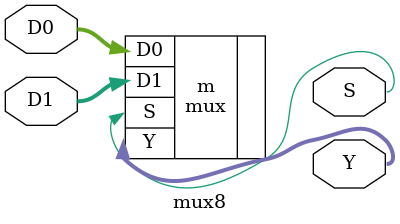
<source format=v>
`timescale 1ns / 1ps


module mux8(
    input [7:0] D0,
    input [7:0] D1,
    output S,
    output [7:0]Y
    );
    
    mux #(.WIDTH(8)) m(.D0(D0),
		       .D1(D1),
		       .S(S),
		       .Y(Y));
    
endmodule

</source>
